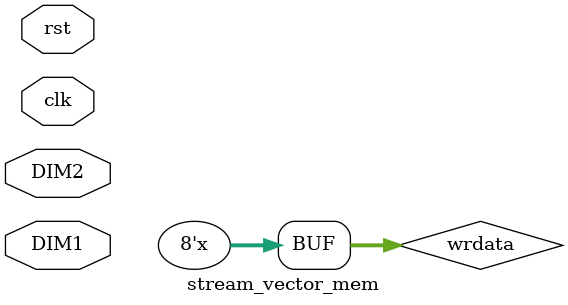
<source format=sv>
`timescale 1ps / 1ps

module stream_vector_mem
#(
    parameter integer D_W          = 8,
    parameter integer MATRIXSIZE_W = 24,
    parameter integer MEM_DEPTH    = 4096
)
(
    input  wire clk,
    input  wire rst,

    axi_stream_if.axi_in        in_vec,
    axi_stream_if.axi_out       out_vec,

    input  wire [MATRIXSIZE_W-1:0]  DIM1,
    input  wire [MATRIXSIZE_W-1:0]  DIM2
);

localparam integer ADDR_W = $clog2(MEM_DEPTH);

wire signed [D_W-1:0] wrdata;
wire signed [D_W-1:0] rddata;

reg  [ADDR_W-1:0] wraddr = 0;
reg  [ADDR_W-1:0] rdaddr = 0;
wire [ADDR_W-1:0] prerdaddr;

reg [MATRIXSIZE_W-1:0] rdcntr = 0;

wire write_hs;
wire read_hs;

wire write_last;
wire read_last;

wire write_start;
wire read_start;

wire write_stall;
wire read_stall;

typedef enum logic [1:0] {
    WRRESET = 2'b00,
    WRIDLE = 2'b01,
    WRDATA = 2'b10
} wstate_t;

typedef enum logic [1:0] {
    RDRESET = 2'b00,
    RDIDLE = 2'b01,
    RDDATA = 2'b10
} rstate_t;

wstate_t wstate, wnext;
rstate_t rstate, rnext;

// WRITE

assign wrdata = in_vec.tdata[D_W-1:0];
assign in_vec.tready = (wstate == WRDATA);
assign write_hs = in_vec.tvalid & in_vec.tready;
assign write_last = write_hs & in_vec.tlast;
assign write_start = (rstate == RDIDLE);

always @(posedge clk) begin
    if (rst) begin
        wstate <= WRRESET;
    end else begin
        wstate <= wnext;
    end
end

always @(*) begin
    case (wstate)
        WRIDLE:
            wnext = (write_start) ? WRDATA : WRIDLE;
        WRDATA:
            wnext = (write_last) ? WRIDLE : WRDATA;
        default:
            wnext = WRIDLE;
    endcase
end

always @(posedge clk) begin
    if (rst) begin
        wraddr <= 0;
    end else begin
        if (write_hs) begin
            wraddr <= wraddr + 1;
            if (write_last) begin
                wraddr <= 0;
            end
        end
    end
end

// READ

assign out_vec.tdata = rddata;
assign out_vec.tvalid = (rstate == RDDATA);
assign out_vec.tlast = (rdaddr == DIM2-1) & (rdcntr == DIM1-1);
assign read_hs = out_vec.tvalid & out_vec.tready;
assign read_last = read_hs & out_vec.tlast;
assign read_start = write_last;

always @(posedge clk) begin
    if (rst) begin
        rstate <= RDRESET;
    end else begin
        rstate <= rnext;
    end
end

always @(*) begin
    case (rstate)
        RDIDLE:
            rnext = (read_start) ? RDDATA : RDIDLE;
        RDDATA:
            rnext = (read_last) ? RDIDLE : RDDATA;
        default:
            rnext = RDIDLE;
    endcase
end

always @(posedge clk) begin
    if (rst) begin
        rdaddr <= 0;
        rdcntr <= 0;
    end else begin
        if (read_hs) begin
            rdaddr <= rdaddr + 1;
            if (rdaddr == DIM2-1) begin
                rdaddr <= 0;
                rdcntr <= rdcntr + 1;
                if (rdcntr == DIM1-1) begin
                    rdcntr <= 0;
                end
            end
        end
    end
end

assign prerdaddr = (rdaddr == DIM2-1) ? 0 : rdaddr + 1;

mem_dist #(
    .WIDTH ( D_W       ),
    .DEPTH ( MEM_DEPTH )
)
ram (
    .rst   ( rst ),
    .clkA  ( clk ),
    .clkB  ( clk ),
    .weA   ( write_hs ),
    .enA   ( 1'b1 ),
    .enB   ( 1'b1 ),
    .addrA ( wraddr ),
    .addrB ( read_hs ? prerdaddr : rdaddr ),
    .dinA  ( wrdata ),
    .doutB ( rddata )
);

endmodule

</source>
